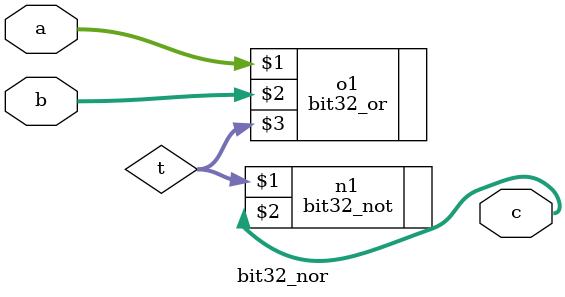
<source format=v>
`timescale 1ns / 1ps


module bit32_nor(input wire [31:0] a,input wire [31:0] b,output wire [31:0] c);
wire [31:0] t;
bit32_or o1(a,b,t);
bit32_not n1(t,c);
endmodule

</source>
